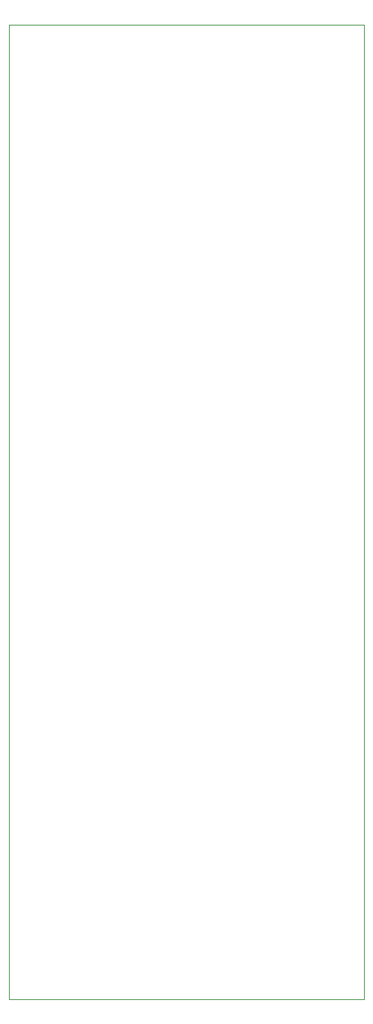
<source format=gbr>
%TF.GenerationSoftware,KiCad,Pcbnew,7.0.1-0*%
%TF.CreationDate,2023-11-10T19:29:42+13:00*%
%TF.ProjectId,Punkys-new-brew_main,50756e6b-7973-42d6-9e65-772d62726577,003*%
%TF.SameCoordinates,Original*%
%TF.FileFunction,Profile,NP*%
%FSLAX46Y46*%
G04 Gerber Fmt 4.6, Leading zero omitted, Abs format (unit mm)*
G04 Created by KiCad (PCBNEW 7.0.1-0) date 2023-11-10 19:29:42*
%MOMM*%
%LPD*%
G01*
G04 APERTURE LIST*
%TA.AperFunction,Profile*%
%ADD10C,0.100000*%
%TD*%
G04 APERTURE END LIST*
D10*
X44100000Y-34000000D02*
X84200000Y-34000000D01*
X84200000Y-144000000D01*
X44100000Y-144000000D01*
X44100000Y-34000000D01*
M02*

</source>
